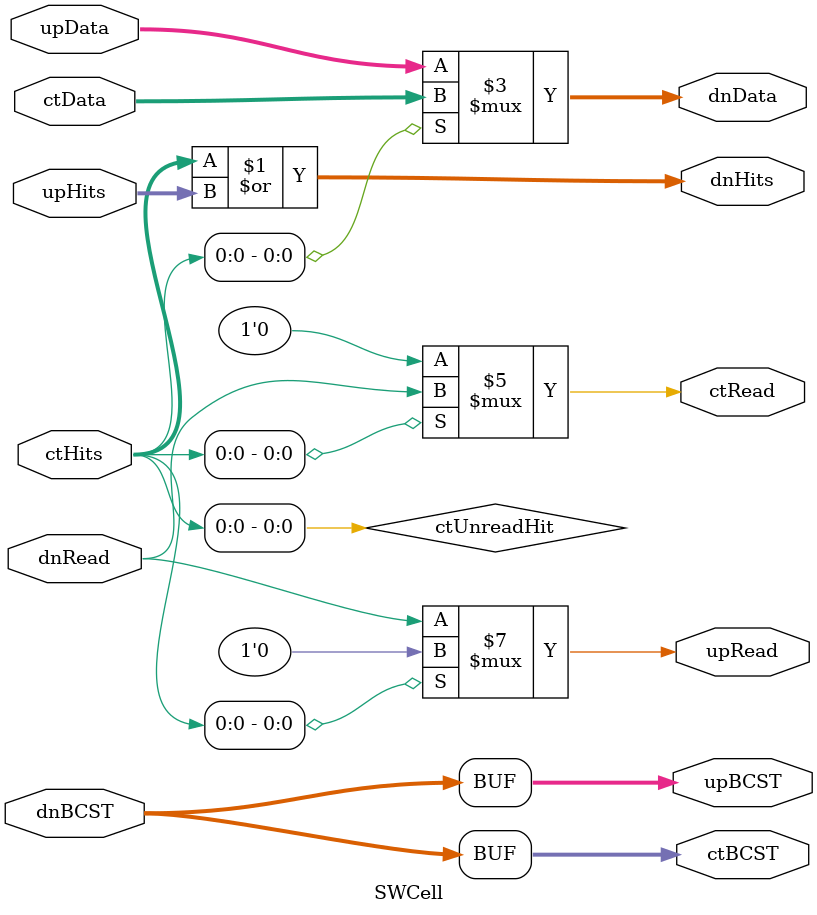
<source format=v>
/*
Downstream signals are from/to global readout.
Upstream signals are from/to pixels.
Current signals are from/to current pixel(or )

                    upstream signals (prefix("up")) 
                                |  
                                V
                    /-----------------------\
                    |                       | 
  					|                       | 
  					|                       | 
  current signals-> |         SWCell        |  
  (prefix"ct"")		|                       | 
  					|                       | 
  					|                       | 
  					|                       | 
                    \-----------------------/
								|
								V
					downstream signals (prefix "dn")


*/

`timescale 1ns / 10ps
//low level cell
`ifdef SWCELL_MAP_LOGICCELL
module inverter 
(
	input A,
	output Y //
);

	assign #0.05 Y  = ~A;

endmodule

module norGate
(
	input A1,
	input A2,
	output Y  //
);

	assign #0.06 Y = ~(A1|A2);

endmodule

module triStateInv 
(
	input en,
	input enB,
	input A,
	output Y //
);
	wire [2:0] sel = {en,enB,A};
	assign #0.06 	Y = (sel == 3'b000)  ? 1'b1 : 
	           			((sel == 3'b001) ? 1'bZ :
	           			((sel == 3'b010) ? 1'bZ :
	           			((sel == 3'b011) ? 1'bZ :
	           			((sel == 3'b100) ? 1'b1 :
	           			((sel == 3'b101) ? 1'b0 :
	           			((sel == 3'b110) ? 1'bZ : 1'b0 ))))));

	// always @(sel)
	// begin
	// 	case (sel)
	// 		3'b000 : #0.06 Y = 1'b1;
	// 		3'b001 : #0.06 Y = 1'bZ;
	// 		3'b010 : #0.06 Y = 1'bZ;
	// 		3'b011 : #0.06 Y = 1'bZ;
	// 		3'b100 : #0.06 Y = 1'b1;
	// 		3'b101 : #0.06 Y = 1'b0;
	// 		3'b110 : #0.06 Y = 1'bZ;
	// 		3'b111 : #0.06 Y = 1'b0;
	// 	endcase
	// end
endmodule

//3 basic cells

module readCell(
	input dnRead,
	input hit,
	input hitB,
	output ctRead,
	output upRead //
);
	wire iReadB;
	inverter invInst(
		.A(dnRead),
		.Y(iReadB)
	);

	norGate norInstCT(
		.A1(hitB),    //hit connect to A1 is better
		.A2(iReadB),
		.Y(ctRead)
	);

	norGate norInstUp(
		.A1(hit),    //hit connect to A1 is better
		.A2(iReadB),
		.Y(upRead)
	);

endmodule

module dataCell(
	input ctData,
	input upData,
	input hit,
	input hitB,
	output dnData //
);
	wire iData;
	wire iData1;
	wire iData2;
	triStateInv triCt
	(
		.en(hit),
		.enB(hitB),
		.A(ctData),
		.Y(iData)
	);

	triStateInv triUp
	(
		.en(hitB),
		.enB(hit),
		.A(upData),
		.Y(iData)
	);

	inverter inv(
		.A(iData),
		.Y(dnData)
	);

endmodule

module broadcastCell(
	input dnLoad,
	output ctLoad,
	output upLoad //
);
	wire iLoad;
	inverter inv1(
		.A(dnLoad),
		.Y(iLoad)
	);

	inverter inv2(
		.A(iLoad),
		.Y(ctLoad)
	);

	inverter inv3(
		.A(iLoad),
		.Y(upLoad)
	);

endmodule
`endif 

module SWCell #(parameter DATAWIDTH=46, parameter BCSTWIDTH = 12, parameter HITSWIDTH = 5)(
	input [DATAWIDTH-1:0] 	ctData,
	input [DATAWIDTH-1:0] 	upData,
	output [DATAWIDTH-1:0] 	dnData,
	input [HITSWIDTH-1:0]	ctHits,  //unReadHits and trigHit
	input [HITSWIDTH-1:0]	upHits,
	output [HITSWIDTH-1:0]	dnHits,
	input 					dnRead,
	output 					ctRead,
	output 					upRead,
	input [BCSTWIDTH-1:0] 	dnBCST,
	output [BCSTWIDTH-1:0]	ctBCST,
	output [BCSTWIDTH-1:0]	upBCST //
);
`ifdef SWCELL_MAP_LOGICCELL
	wire [HITSWIDTH-1 : 0] ctHitsB;
	assign ctHitsB = ~ctHits;  
	//ctHits[0] is for data, ctHits[4:1] for trigger only
	//for hits
	generate
		genvar i;
		for(i = 0; i < HITSWIDTH; i = i + 1)
		begin : loopHits
			dataCell hitCellInst(
			.ctData(ctHits[i]),
			.upData(upHits[i]),
			.hit(ctHits[i]),
			.hitB(ctHitsB[i]),
			.dnData(dnHits[i]) 
		);		
		end
	endgenerate

	//for data
	generate
		genvar j;
		for(j = 0; j < DATAWIDTH; j = j + 1)
		begin : loopData
			dataCell dataCellInst(
			.ctData(ctData[j]),
			.upData(upData[j]),
			.hit(ctHits[0]),  
			.hitB(ctHitsB[0]),
			.dnData(dnData[j]) 
		);		
		end
	endgenerate

	//broadcast signals
	generate
		genvar k;
		for(k = 0; k < BCSTWIDTH; k = k + 1)
		begin : loopBCST
			broadcastCell broadcastCellInst(
			.dnLoad(dnBCST[k]),
			.ctLoad(ctBCST[k]),
			.upLoad(upBCST[k]) //
		);		
		end
	endgenerate
	
	//read signal 
	readCell readCellInst(
		.dnRead(dnRead),
		.hit(ctHits[0]),
		.hitB(ctHitsB[0]),
		.ctRead(ctRead),
		.upRead(upRead) //
	);
`else
	wire ctUnreadHit = ctHits[0];
	assign #(0.1:0.25:0.4) dnHits = ctHits | upHits;  //0.4 ns delay, bitwise or
	assign #(0.1:0.25:0.4) dnData = (ctUnreadHit == 1'b1) ? ctData : upData;
	assign #(0.1:0.25:0.4) ctRead = (ctUnreadHit == 1'b1) ? dnRead : 1'b0;
	assign #(0.1:0.25:0.4) upRead = (ctUnreadHit == 1'b1) ? 1'b0 : dnRead;
	assign #(0.1:0.25:0.4) ctBCST = dnBCST;
	assign #(0.1:0.25:0.4) upBCST = dnBCST;
`endif
endmodule


</source>
